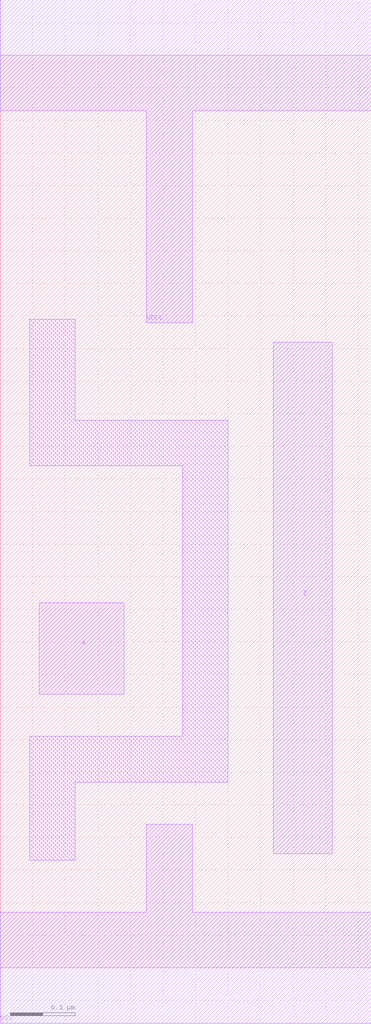
<source format=lef>
# 
# ******************************************************************************
# *                                                                            *
# *                   Copyright (C) 2004-2011, Nangate Inc.                    *
# *                           All rights reserved.                             *
# *                                                                            *
# * Nangate and the Nangate logo are trademarks of Nangate Inc.                *
# *                                                                            *
# * All trademarks, logos, software marks, and trade names (collectively the   *
# * "Marks") in this program are proprietary to Nangate or other respective    *
# * owners that have granted Nangate the right and license to use such Marks.  *
# * You are not permitted to use the Marks without the prior written consent   *
# * of Nangate or such third party that may own the Marks.                     *
# *                                                                            *
# * This file has been provided pursuant to a License Agreement containing     *
# * restrictions on its use. This file contains valuable trade secrets and     *
# * proprietary information of Nangate Inc., and is protected by U.S. and      *
# * international laws and/or treaties.                                        *
# *                                                                            *
# * The copyright notice(s) in this file does not indicate actual or intended  *
# * publication of this file.                                                  *
# *                                                                            *
# *     NGLibraryCreator, v2010.08-HR32-SP3-2010-08-05 - build 1009061800      *
# *                                                                            *
# ******************************************************************************
# 
# 
# Running on server08.nangate.com for user Giancarlo Franciscatto (gfr).
# Local time is now Thu, 6 Jan 2011, 18:10:28.
# Main process id is 3320.

VERSION 5.6 ;
BUSBITCHARS "[]" ;
DIVIDERCHAR "/" ;

MACRO LS_HL_X2
  CLASS core ;
  FOREIGN LS_HL_X2 0.0 0.0 ;
  ORIGIN 0 0 ;
  SYMMETRY X Y ;
  SITE NCSU_FreePDK_45nm ;
  SIZE 0.57 BY 1.4 ;
  PIN A
    DIRECTION INPUT ;
    ANTENNAPARTIALMETALAREA 0.0182 LAYER metal1 ;
    ANTENNAPARTIALMETALSIDEAREA 0.0702 LAYER metal1 ;
    ANTENNAGATEAREA 0.018 ;
    PORT
      LAYER metal1 ;
        POLYGON 0.06 0.42 0.19 0.42 0.19 0.56 0.06 0.56  ;
    END
  END A
  PIN Z
    DIRECTION OUTPUT ;
    ANTENNAPARTIALMETALAREA 0.07065 LAYER metal1 ;
    ANTENNAPARTIALMETALSIDEAREA 0.2275 LAYER metal1 ;
    ANTENNADIFFAREA 0.0756 ;
    PORT
      LAYER metal1 ;
        POLYGON 0.42 0.175 0.51 0.175 0.51 0.96 0.42 0.96  ;
    END
  END Z
  PIN VDDL
    DIRECTION INOUT ;
    USE power ;
    SHAPE ABUTMENT ;
    PORT
      LAYER metal1 ;
        POLYGON 0 1.315 0.225 1.315 0.225 0.99 0.295 0.99 0.295 1.315 0.35 1.315 0.57 1.315 0.57 1.485 0.35 1.485 0 1.485  ;
    END
  END VDDL
  PIN VSS
    DIRECTION INOUT ;
    USE ground ;
    SHAPE ABUTMENT ;
    PORT
      LAYER metal1 ;
        POLYGON 0 -0.085 0.57 -0.085 0.57 0.085 0.295 0.085 0.295 0.22 0.225 0.22 0.225 0.085 0 0.085  ;
    END
  END VSS
  OBS
      LAYER metal1 ;
        POLYGON 0.045 0.77 0.28 0.77 0.28 0.355 0.045 0.355 0.045 0.165 0.115 0.165 0.115 0.285 0.35 0.285 0.35 0.84 0.115 0.84 0.115 0.995 0.045 0.995  ;
  END
END LS_HL_X2

END LIBRARY
#
# End of file
#

</source>
